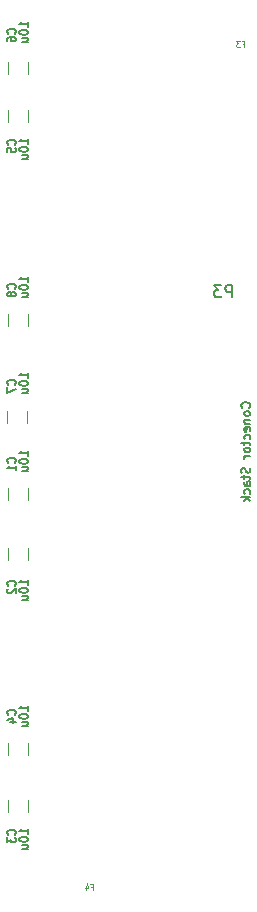
<source format=gbo>
G04 #@! TF.FileFunction,Legend,Bot*
%FSLAX46Y46*%
G04 Gerber Fmt 4.6, Leading zero omitted, Abs format (unit mm)*
G04 Created by KiCad (PCBNEW 4.0.4+e1-6308~48~ubuntu15.10.1-stable) date Tue Aug  8 09:27:19 2017*
%MOMM*%
%LPD*%
G01*
G04 APERTURE LIST*
%ADD10C,0.150000*%
%ADD11C,0.120000*%
%ADD12C,0.100000*%
G04 APERTURE END LIST*
D10*
D11*
X72986000Y-98814000D02*
X72986000Y-99814000D01*
X71286000Y-99814000D02*
X71286000Y-98814000D01*
X71286000Y-104894000D02*
X71286000Y-103894000D01*
X72986000Y-103894000D02*
X72986000Y-104894000D01*
X71286000Y-126230000D02*
X71286000Y-125230000D01*
X72986000Y-125230000D02*
X72986000Y-126230000D01*
X72986000Y-120404000D02*
X72986000Y-121404000D01*
X71286000Y-121404000D02*
X71286000Y-120404000D01*
X71286000Y-67810000D02*
X71286000Y-66810000D01*
X72986000Y-66810000D02*
X72986000Y-67810000D01*
X72986000Y-62746000D02*
X72986000Y-63746000D01*
X71286000Y-63746000D02*
X71286000Y-62746000D01*
X71235200Y-93286200D02*
X71235200Y-92286200D01*
X72935200Y-92286200D02*
X72935200Y-93286200D01*
X72986000Y-84082000D02*
X72986000Y-85082000D01*
X71286000Y-85082000D02*
X71286000Y-84082000D01*
D12*
X78335166Y-132552286D02*
X78501832Y-132552286D01*
X78501832Y-132814190D02*
X78501832Y-132314190D01*
X78263737Y-132314190D01*
X77858976Y-132480857D02*
X77858976Y-132814190D01*
X77978023Y-132290381D02*
X78097071Y-132647524D01*
X77787547Y-132647524D01*
X91149466Y-61216386D02*
X91316132Y-61216386D01*
X91316132Y-61478290D02*
X91316132Y-60978290D01*
X91078037Y-60978290D01*
X90935180Y-60978290D02*
X90625657Y-60978290D01*
X90792323Y-61168767D01*
X90720895Y-61168767D01*
X90673276Y-61192576D01*
X90649466Y-61216386D01*
X90625657Y-61264005D01*
X90625657Y-61383052D01*
X90649466Y-61430671D01*
X90673276Y-61454481D01*
X90720895Y-61478290D01*
X90863752Y-61478290D01*
X90911371Y-61454481D01*
X90935180Y-61430671D01*
D10*
X90258095Y-82652381D02*
X90258095Y-81652381D01*
X89877142Y-81652381D01*
X89781904Y-81700000D01*
X89734285Y-81747619D01*
X89686666Y-81842857D01*
X89686666Y-81985714D01*
X89734285Y-82080952D01*
X89781904Y-82128571D01*
X89877142Y-82176190D01*
X90258095Y-82176190D01*
X89353333Y-81652381D02*
X88734285Y-81652381D01*
X89067619Y-82033333D01*
X88924761Y-82033333D01*
X88829523Y-82080952D01*
X88781904Y-82128571D01*
X88734285Y-82223810D01*
X88734285Y-82461905D01*
X88781904Y-82557143D01*
X88829523Y-82604762D01*
X88924761Y-82652381D01*
X89210476Y-82652381D01*
X89305714Y-82604762D01*
X89353333Y-82557143D01*
X91717857Y-92023573D02*
X91753571Y-91987859D01*
X91789286Y-91880716D01*
X91789286Y-91809287D01*
X91753571Y-91702144D01*
X91682143Y-91630716D01*
X91610714Y-91595001D01*
X91467857Y-91559287D01*
X91360714Y-91559287D01*
X91217857Y-91595001D01*
X91146429Y-91630716D01*
X91075000Y-91702144D01*
X91039286Y-91809287D01*
X91039286Y-91880716D01*
X91075000Y-91987859D01*
X91110714Y-92023573D01*
X91789286Y-92452144D02*
X91753571Y-92380716D01*
X91717857Y-92345001D01*
X91646429Y-92309287D01*
X91432143Y-92309287D01*
X91360714Y-92345001D01*
X91325000Y-92380716D01*
X91289286Y-92452144D01*
X91289286Y-92559287D01*
X91325000Y-92630716D01*
X91360714Y-92666430D01*
X91432143Y-92702144D01*
X91646429Y-92702144D01*
X91717857Y-92666430D01*
X91753571Y-92630716D01*
X91789286Y-92559287D01*
X91789286Y-92452144D01*
X91289286Y-93023572D02*
X91789286Y-93023572D01*
X91360714Y-93023572D02*
X91325000Y-93059287D01*
X91289286Y-93130715D01*
X91289286Y-93237858D01*
X91325000Y-93309287D01*
X91396429Y-93345001D01*
X91789286Y-93345001D01*
X91753571Y-93987858D02*
X91789286Y-93916429D01*
X91789286Y-93773572D01*
X91753571Y-93702143D01*
X91682143Y-93666429D01*
X91396429Y-93666429D01*
X91325000Y-93702143D01*
X91289286Y-93773572D01*
X91289286Y-93916429D01*
X91325000Y-93987858D01*
X91396429Y-94023572D01*
X91467857Y-94023572D01*
X91539286Y-93666429D01*
X91753571Y-94666429D02*
X91789286Y-94595000D01*
X91789286Y-94452143D01*
X91753571Y-94380715D01*
X91717857Y-94345000D01*
X91646429Y-94309286D01*
X91432143Y-94309286D01*
X91360714Y-94345000D01*
X91325000Y-94380715D01*
X91289286Y-94452143D01*
X91289286Y-94595000D01*
X91325000Y-94666429D01*
X91289286Y-94880715D02*
X91289286Y-95166429D01*
X91039286Y-94987857D02*
X91682143Y-94987857D01*
X91753571Y-95023572D01*
X91789286Y-95095000D01*
X91789286Y-95166429D01*
X91789286Y-95523571D02*
X91753571Y-95452143D01*
X91717857Y-95416428D01*
X91646429Y-95380714D01*
X91432143Y-95380714D01*
X91360714Y-95416428D01*
X91325000Y-95452143D01*
X91289286Y-95523571D01*
X91289286Y-95630714D01*
X91325000Y-95702143D01*
X91360714Y-95737857D01*
X91432143Y-95773571D01*
X91646429Y-95773571D01*
X91717857Y-95737857D01*
X91753571Y-95702143D01*
X91789286Y-95630714D01*
X91789286Y-95523571D01*
X91789286Y-96094999D02*
X91289286Y-96094999D01*
X91432143Y-96094999D02*
X91360714Y-96130714D01*
X91325000Y-96166428D01*
X91289286Y-96237857D01*
X91289286Y-96309285D01*
X91753571Y-97095000D02*
X91789286Y-97202143D01*
X91789286Y-97380714D01*
X91753571Y-97452143D01*
X91717857Y-97487857D01*
X91646429Y-97523572D01*
X91575000Y-97523572D01*
X91503571Y-97487857D01*
X91467857Y-97452143D01*
X91432143Y-97380714D01*
X91396429Y-97237857D01*
X91360714Y-97166429D01*
X91325000Y-97130714D01*
X91253571Y-97095000D01*
X91182143Y-97095000D01*
X91110714Y-97130714D01*
X91075000Y-97166429D01*
X91039286Y-97237857D01*
X91039286Y-97416429D01*
X91075000Y-97523572D01*
X91289286Y-97737858D02*
X91289286Y-98023572D01*
X91039286Y-97845000D02*
X91682143Y-97845000D01*
X91753571Y-97880715D01*
X91789286Y-97952143D01*
X91789286Y-98023572D01*
X91789286Y-98595000D02*
X91396429Y-98595000D01*
X91325000Y-98559286D01*
X91289286Y-98487857D01*
X91289286Y-98345000D01*
X91325000Y-98273571D01*
X91753571Y-98595000D02*
X91789286Y-98523571D01*
X91789286Y-98345000D01*
X91753571Y-98273571D01*
X91682143Y-98237857D01*
X91610714Y-98237857D01*
X91539286Y-98273571D01*
X91503571Y-98345000D01*
X91503571Y-98523571D01*
X91467857Y-98595000D01*
X91753571Y-99273571D02*
X91789286Y-99202142D01*
X91789286Y-99059285D01*
X91753571Y-98987857D01*
X91717857Y-98952142D01*
X91646429Y-98916428D01*
X91432143Y-98916428D01*
X91360714Y-98952142D01*
X91325000Y-98987857D01*
X91289286Y-99059285D01*
X91289286Y-99202142D01*
X91325000Y-99273571D01*
X91789286Y-99594999D02*
X91039286Y-99594999D01*
X91503571Y-99666428D02*
X91789286Y-99880714D01*
X91289286Y-99880714D02*
X91575000Y-99594999D01*
X71878000Y-96657334D02*
X71911333Y-96624000D01*
X71944667Y-96524000D01*
X71944667Y-96457334D01*
X71911333Y-96357334D01*
X71844667Y-96290667D01*
X71778000Y-96257334D01*
X71644667Y-96224000D01*
X71544667Y-96224000D01*
X71411333Y-96257334D01*
X71344667Y-96290667D01*
X71278000Y-96357334D01*
X71244667Y-96457334D01*
X71244667Y-96524000D01*
X71278000Y-96624000D01*
X71311333Y-96657334D01*
X71944667Y-97324000D02*
X71944667Y-96924000D01*
X71944667Y-97124000D02*
X71244667Y-97124000D01*
X71344667Y-97057334D01*
X71411333Y-96990667D01*
X71444667Y-96924000D01*
X72960667Y-96070000D02*
X72960667Y-95670000D01*
X72960667Y-95870000D02*
X72260667Y-95870000D01*
X72360667Y-95803334D01*
X72427333Y-95736667D01*
X72460667Y-95670000D01*
X72260667Y-96503334D02*
X72260667Y-96570001D01*
X72294000Y-96636667D01*
X72327333Y-96670001D01*
X72394000Y-96703334D01*
X72527333Y-96736667D01*
X72694000Y-96736667D01*
X72827333Y-96703334D01*
X72894000Y-96670001D01*
X72927333Y-96636667D01*
X72960667Y-96570001D01*
X72960667Y-96503334D01*
X72927333Y-96436667D01*
X72894000Y-96403334D01*
X72827333Y-96370001D01*
X72694000Y-96336667D01*
X72527333Y-96336667D01*
X72394000Y-96370001D01*
X72327333Y-96403334D01*
X72294000Y-96436667D01*
X72260667Y-96503334D01*
X72494000Y-97336668D02*
X72960667Y-97336668D01*
X72494000Y-97036668D02*
X72860667Y-97036668D01*
X72927333Y-97070001D01*
X72960667Y-97136668D01*
X72960667Y-97236668D01*
X72927333Y-97303334D01*
X72894000Y-97336668D01*
X71878000Y-107071334D02*
X71911333Y-107038000D01*
X71944667Y-106938000D01*
X71944667Y-106871334D01*
X71911333Y-106771334D01*
X71844667Y-106704667D01*
X71778000Y-106671334D01*
X71644667Y-106638000D01*
X71544667Y-106638000D01*
X71411333Y-106671334D01*
X71344667Y-106704667D01*
X71278000Y-106771334D01*
X71244667Y-106871334D01*
X71244667Y-106938000D01*
X71278000Y-107038000D01*
X71311333Y-107071334D01*
X71311333Y-107338000D02*
X71278000Y-107371334D01*
X71244667Y-107438000D01*
X71244667Y-107604667D01*
X71278000Y-107671334D01*
X71311333Y-107704667D01*
X71378000Y-107738000D01*
X71444667Y-107738000D01*
X71544667Y-107704667D01*
X71944667Y-107304667D01*
X71944667Y-107738000D01*
X72960667Y-106992000D02*
X72960667Y-106592000D01*
X72960667Y-106792000D02*
X72260667Y-106792000D01*
X72360667Y-106725334D01*
X72427333Y-106658667D01*
X72460667Y-106592000D01*
X72260667Y-107425334D02*
X72260667Y-107492001D01*
X72294000Y-107558667D01*
X72327333Y-107592001D01*
X72394000Y-107625334D01*
X72527333Y-107658667D01*
X72694000Y-107658667D01*
X72827333Y-107625334D01*
X72894000Y-107592001D01*
X72927333Y-107558667D01*
X72960667Y-107492001D01*
X72960667Y-107425334D01*
X72927333Y-107358667D01*
X72894000Y-107325334D01*
X72827333Y-107292001D01*
X72694000Y-107258667D01*
X72527333Y-107258667D01*
X72394000Y-107292001D01*
X72327333Y-107325334D01*
X72294000Y-107358667D01*
X72260667Y-107425334D01*
X72494000Y-108258668D02*
X72960667Y-108258668D01*
X72494000Y-107958668D02*
X72860667Y-107958668D01*
X72927333Y-107992001D01*
X72960667Y-108058668D01*
X72960667Y-108158668D01*
X72927333Y-108225334D01*
X72894000Y-108258668D01*
X71878000Y-128153334D02*
X71911333Y-128120000D01*
X71944667Y-128020000D01*
X71944667Y-127953334D01*
X71911333Y-127853334D01*
X71844667Y-127786667D01*
X71778000Y-127753334D01*
X71644667Y-127720000D01*
X71544667Y-127720000D01*
X71411333Y-127753334D01*
X71344667Y-127786667D01*
X71278000Y-127853334D01*
X71244667Y-127953334D01*
X71244667Y-128020000D01*
X71278000Y-128120000D01*
X71311333Y-128153334D01*
X71244667Y-128386667D02*
X71244667Y-128820000D01*
X71511333Y-128586667D01*
X71511333Y-128686667D01*
X71544667Y-128753334D01*
X71578000Y-128786667D01*
X71644667Y-128820000D01*
X71811333Y-128820000D01*
X71878000Y-128786667D01*
X71911333Y-128753334D01*
X71944667Y-128686667D01*
X71944667Y-128486667D01*
X71911333Y-128420000D01*
X71878000Y-128386667D01*
X72960667Y-128074000D02*
X72960667Y-127674000D01*
X72960667Y-127874000D02*
X72260667Y-127874000D01*
X72360667Y-127807334D01*
X72427333Y-127740667D01*
X72460667Y-127674000D01*
X72260667Y-128507334D02*
X72260667Y-128574001D01*
X72294000Y-128640667D01*
X72327333Y-128674001D01*
X72394000Y-128707334D01*
X72527333Y-128740667D01*
X72694000Y-128740667D01*
X72827333Y-128707334D01*
X72894000Y-128674001D01*
X72927333Y-128640667D01*
X72960667Y-128574001D01*
X72960667Y-128507334D01*
X72927333Y-128440667D01*
X72894000Y-128407334D01*
X72827333Y-128374001D01*
X72694000Y-128340667D01*
X72527333Y-128340667D01*
X72394000Y-128374001D01*
X72327333Y-128407334D01*
X72294000Y-128440667D01*
X72260667Y-128507334D01*
X72494000Y-129340668D02*
X72960667Y-129340668D01*
X72494000Y-129040668D02*
X72860667Y-129040668D01*
X72927333Y-129074001D01*
X72960667Y-129140668D01*
X72960667Y-129240668D01*
X72927333Y-129307334D01*
X72894000Y-129340668D01*
X71878000Y-117993334D02*
X71911333Y-117960000D01*
X71944667Y-117860000D01*
X71944667Y-117793334D01*
X71911333Y-117693334D01*
X71844667Y-117626667D01*
X71778000Y-117593334D01*
X71644667Y-117560000D01*
X71544667Y-117560000D01*
X71411333Y-117593334D01*
X71344667Y-117626667D01*
X71278000Y-117693334D01*
X71244667Y-117793334D01*
X71244667Y-117860000D01*
X71278000Y-117960000D01*
X71311333Y-117993334D01*
X71478000Y-118593334D02*
X71944667Y-118593334D01*
X71211333Y-118426667D02*
X71711333Y-118260000D01*
X71711333Y-118693334D01*
X72960667Y-117660000D02*
X72960667Y-117260000D01*
X72960667Y-117460000D02*
X72260667Y-117460000D01*
X72360667Y-117393334D01*
X72427333Y-117326667D01*
X72460667Y-117260000D01*
X72260667Y-118093334D02*
X72260667Y-118160001D01*
X72294000Y-118226667D01*
X72327333Y-118260001D01*
X72394000Y-118293334D01*
X72527333Y-118326667D01*
X72694000Y-118326667D01*
X72827333Y-118293334D01*
X72894000Y-118260001D01*
X72927333Y-118226667D01*
X72960667Y-118160001D01*
X72960667Y-118093334D01*
X72927333Y-118026667D01*
X72894000Y-117993334D01*
X72827333Y-117960001D01*
X72694000Y-117926667D01*
X72527333Y-117926667D01*
X72394000Y-117960001D01*
X72327333Y-117993334D01*
X72294000Y-118026667D01*
X72260667Y-118093334D01*
X72494000Y-118926668D02*
X72960667Y-118926668D01*
X72494000Y-118626668D02*
X72860667Y-118626668D01*
X72927333Y-118660001D01*
X72960667Y-118726668D01*
X72960667Y-118826668D01*
X72927333Y-118893334D01*
X72894000Y-118926668D01*
X71878000Y-69733334D02*
X71911333Y-69700000D01*
X71944667Y-69600000D01*
X71944667Y-69533334D01*
X71911333Y-69433334D01*
X71844667Y-69366667D01*
X71778000Y-69333334D01*
X71644667Y-69300000D01*
X71544667Y-69300000D01*
X71411333Y-69333334D01*
X71344667Y-69366667D01*
X71278000Y-69433334D01*
X71244667Y-69533334D01*
X71244667Y-69600000D01*
X71278000Y-69700000D01*
X71311333Y-69733334D01*
X71244667Y-70366667D02*
X71244667Y-70033334D01*
X71578000Y-70000000D01*
X71544667Y-70033334D01*
X71511333Y-70100000D01*
X71511333Y-70266667D01*
X71544667Y-70333334D01*
X71578000Y-70366667D01*
X71644667Y-70400000D01*
X71811333Y-70400000D01*
X71878000Y-70366667D01*
X71911333Y-70333334D01*
X71944667Y-70266667D01*
X71944667Y-70100000D01*
X71911333Y-70033334D01*
X71878000Y-70000000D01*
X72960667Y-69654000D02*
X72960667Y-69254000D01*
X72960667Y-69454000D02*
X72260667Y-69454000D01*
X72360667Y-69387334D01*
X72427333Y-69320667D01*
X72460667Y-69254000D01*
X72260667Y-70087334D02*
X72260667Y-70154001D01*
X72294000Y-70220667D01*
X72327333Y-70254001D01*
X72394000Y-70287334D01*
X72527333Y-70320667D01*
X72694000Y-70320667D01*
X72827333Y-70287334D01*
X72894000Y-70254001D01*
X72927333Y-70220667D01*
X72960667Y-70154001D01*
X72960667Y-70087334D01*
X72927333Y-70020667D01*
X72894000Y-69987334D01*
X72827333Y-69954001D01*
X72694000Y-69920667D01*
X72527333Y-69920667D01*
X72394000Y-69954001D01*
X72327333Y-69987334D01*
X72294000Y-70020667D01*
X72260667Y-70087334D01*
X72494000Y-70920668D02*
X72960667Y-70920668D01*
X72494000Y-70620668D02*
X72860667Y-70620668D01*
X72927333Y-70654001D01*
X72960667Y-70720668D01*
X72960667Y-70820668D01*
X72927333Y-70887334D01*
X72894000Y-70920668D01*
X71878000Y-60335334D02*
X71911333Y-60302000D01*
X71944667Y-60202000D01*
X71944667Y-60135334D01*
X71911333Y-60035334D01*
X71844667Y-59968667D01*
X71778000Y-59935334D01*
X71644667Y-59902000D01*
X71544667Y-59902000D01*
X71411333Y-59935334D01*
X71344667Y-59968667D01*
X71278000Y-60035334D01*
X71244667Y-60135334D01*
X71244667Y-60202000D01*
X71278000Y-60302000D01*
X71311333Y-60335334D01*
X71244667Y-60935334D02*
X71244667Y-60802000D01*
X71278000Y-60735334D01*
X71311333Y-60702000D01*
X71411333Y-60635334D01*
X71544667Y-60602000D01*
X71811333Y-60602000D01*
X71878000Y-60635334D01*
X71911333Y-60668667D01*
X71944667Y-60735334D01*
X71944667Y-60868667D01*
X71911333Y-60935334D01*
X71878000Y-60968667D01*
X71811333Y-61002000D01*
X71644667Y-61002000D01*
X71578000Y-60968667D01*
X71544667Y-60935334D01*
X71511333Y-60868667D01*
X71511333Y-60735334D01*
X71544667Y-60668667D01*
X71578000Y-60635334D01*
X71644667Y-60602000D01*
X72960667Y-59748000D02*
X72960667Y-59348000D01*
X72960667Y-59548000D02*
X72260667Y-59548000D01*
X72360667Y-59481334D01*
X72427333Y-59414667D01*
X72460667Y-59348000D01*
X72260667Y-60181334D02*
X72260667Y-60248001D01*
X72294000Y-60314667D01*
X72327333Y-60348001D01*
X72394000Y-60381334D01*
X72527333Y-60414667D01*
X72694000Y-60414667D01*
X72827333Y-60381334D01*
X72894000Y-60348001D01*
X72927333Y-60314667D01*
X72960667Y-60248001D01*
X72960667Y-60181334D01*
X72927333Y-60114667D01*
X72894000Y-60081334D01*
X72827333Y-60048001D01*
X72694000Y-60014667D01*
X72527333Y-60014667D01*
X72394000Y-60048001D01*
X72327333Y-60081334D01*
X72294000Y-60114667D01*
X72260667Y-60181334D01*
X72494000Y-61014668D02*
X72960667Y-61014668D01*
X72494000Y-60714668D02*
X72860667Y-60714668D01*
X72927333Y-60748001D01*
X72960667Y-60814668D01*
X72960667Y-60914668D01*
X72927333Y-60981334D01*
X72894000Y-61014668D01*
X71878000Y-90053334D02*
X71911333Y-90020000D01*
X71944667Y-89920000D01*
X71944667Y-89853334D01*
X71911333Y-89753334D01*
X71844667Y-89686667D01*
X71778000Y-89653334D01*
X71644667Y-89620000D01*
X71544667Y-89620000D01*
X71411333Y-89653334D01*
X71344667Y-89686667D01*
X71278000Y-89753334D01*
X71244667Y-89853334D01*
X71244667Y-89920000D01*
X71278000Y-90020000D01*
X71311333Y-90053334D01*
X71244667Y-90286667D02*
X71244667Y-90753334D01*
X71944667Y-90453334D01*
X72960667Y-89466000D02*
X72960667Y-89066000D01*
X72960667Y-89266000D02*
X72260667Y-89266000D01*
X72360667Y-89199334D01*
X72427333Y-89132667D01*
X72460667Y-89066000D01*
X72260667Y-89899334D02*
X72260667Y-89966001D01*
X72294000Y-90032667D01*
X72327333Y-90066001D01*
X72394000Y-90099334D01*
X72527333Y-90132667D01*
X72694000Y-90132667D01*
X72827333Y-90099334D01*
X72894000Y-90066001D01*
X72927333Y-90032667D01*
X72960667Y-89966001D01*
X72960667Y-89899334D01*
X72927333Y-89832667D01*
X72894000Y-89799334D01*
X72827333Y-89766001D01*
X72694000Y-89732667D01*
X72527333Y-89732667D01*
X72394000Y-89766001D01*
X72327333Y-89799334D01*
X72294000Y-89832667D01*
X72260667Y-89899334D01*
X72494000Y-90732668D02*
X72960667Y-90732668D01*
X72494000Y-90432668D02*
X72860667Y-90432668D01*
X72927333Y-90466001D01*
X72960667Y-90532668D01*
X72960667Y-90632668D01*
X72927333Y-90699334D01*
X72894000Y-90732668D01*
X71878000Y-81925334D02*
X71911333Y-81892000D01*
X71944667Y-81792000D01*
X71944667Y-81725334D01*
X71911333Y-81625334D01*
X71844667Y-81558667D01*
X71778000Y-81525334D01*
X71644667Y-81492000D01*
X71544667Y-81492000D01*
X71411333Y-81525334D01*
X71344667Y-81558667D01*
X71278000Y-81625334D01*
X71244667Y-81725334D01*
X71244667Y-81792000D01*
X71278000Y-81892000D01*
X71311333Y-81925334D01*
X71544667Y-82325334D02*
X71511333Y-82258667D01*
X71478000Y-82225334D01*
X71411333Y-82192000D01*
X71378000Y-82192000D01*
X71311333Y-82225334D01*
X71278000Y-82258667D01*
X71244667Y-82325334D01*
X71244667Y-82458667D01*
X71278000Y-82525334D01*
X71311333Y-82558667D01*
X71378000Y-82592000D01*
X71411333Y-82592000D01*
X71478000Y-82558667D01*
X71511333Y-82525334D01*
X71544667Y-82458667D01*
X71544667Y-82325334D01*
X71578000Y-82258667D01*
X71611333Y-82225334D01*
X71678000Y-82192000D01*
X71811333Y-82192000D01*
X71878000Y-82225334D01*
X71911333Y-82258667D01*
X71944667Y-82325334D01*
X71944667Y-82458667D01*
X71911333Y-82525334D01*
X71878000Y-82558667D01*
X71811333Y-82592000D01*
X71678000Y-82592000D01*
X71611333Y-82558667D01*
X71578000Y-82525334D01*
X71544667Y-82458667D01*
X72960667Y-81338000D02*
X72960667Y-80938000D01*
X72960667Y-81138000D02*
X72260667Y-81138000D01*
X72360667Y-81071334D01*
X72427333Y-81004667D01*
X72460667Y-80938000D01*
X72260667Y-81771334D02*
X72260667Y-81838001D01*
X72294000Y-81904667D01*
X72327333Y-81938001D01*
X72394000Y-81971334D01*
X72527333Y-82004667D01*
X72694000Y-82004667D01*
X72827333Y-81971334D01*
X72894000Y-81938001D01*
X72927333Y-81904667D01*
X72960667Y-81838001D01*
X72960667Y-81771334D01*
X72927333Y-81704667D01*
X72894000Y-81671334D01*
X72827333Y-81638001D01*
X72694000Y-81604667D01*
X72527333Y-81604667D01*
X72394000Y-81638001D01*
X72327333Y-81671334D01*
X72294000Y-81704667D01*
X72260667Y-81771334D01*
X72494000Y-82604668D02*
X72960667Y-82604668D01*
X72494000Y-82304668D02*
X72860667Y-82304668D01*
X72927333Y-82338001D01*
X72960667Y-82404668D01*
X72960667Y-82504668D01*
X72927333Y-82571334D01*
X72894000Y-82604668D01*
M02*

</source>
